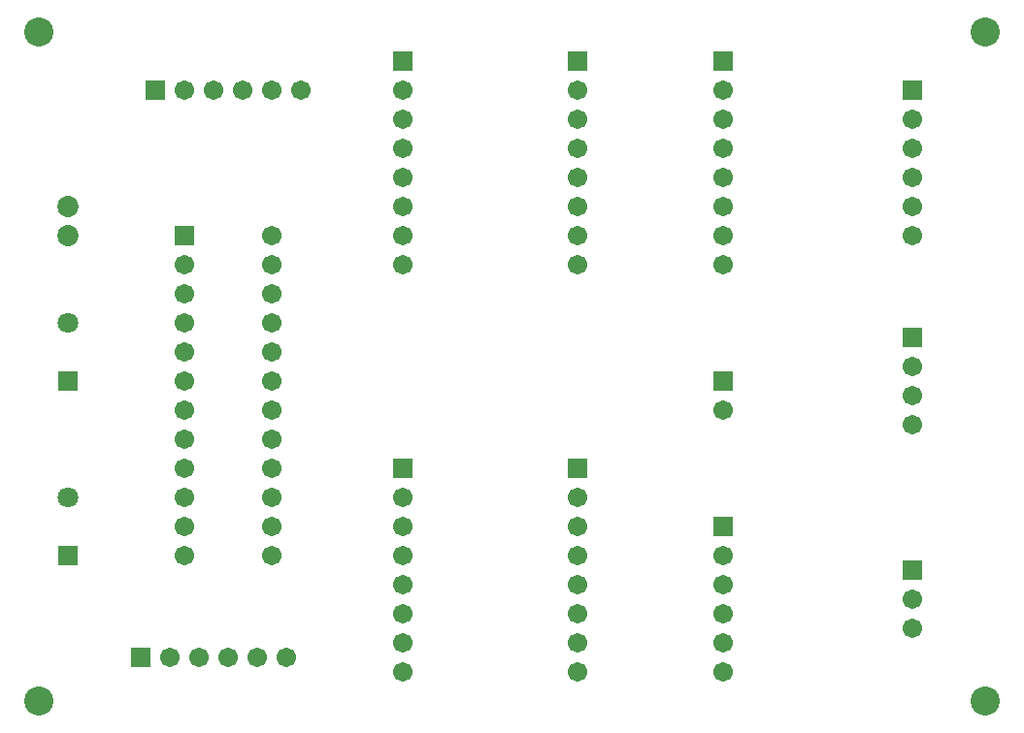
<source format=gbr>
G04 DipTrace 2.4.0.2*
%INBottomMask.gbr*%
%MOIN*%
%ADD21C,0.1*%
%ADD27R,0.071X0.071*%
%ADD29C,0.071*%
%ADD31C,0.073*%
%ADD33C,0.0671*%
%ADD35R,0.0671X0.0671*%
%FSLAX44Y44*%
G04*
G70*
G90*
G75*
G01*
%LNBotMask*%
%LPD*%
D35*
X9984Y20940D3*
D33*
Y19940D3*
Y18940D3*
Y17940D3*
Y16940D3*
Y15940D3*
Y14940D3*
Y13940D3*
Y12940D3*
Y11940D3*
Y10940D3*
Y9940D3*
X12984D3*
Y10940D3*
Y11940D3*
Y12940D3*
Y13940D3*
Y14940D3*
Y15940D3*
Y16940D3*
Y17940D3*
Y18940D3*
Y19940D3*
Y20940D3*
D35*
X28484Y15940D3*
D33*
Y14940D3*
D35*
X8984Y25940D3*
D33*
X9984D3*
X10984D3*
X11984D3*
X12984D3*
X13984D3*
D31*
X5984Y20940D3*
Y21940D3*
D29*
Y11940D3*
D27*
Y9940D3*
D29*
Y17940D3*
D27*
Y15940D3*
D35*
X8484Y6440D3*
D33*
X9484D3*
X10484D3*
X11484D3*
X12484D3*
X13484D3*
D35*
X34984Y9440D3*
D33*
Y8440D3*
Y7440D3*
D35*
Y17440D3*
D33*
Y16440D3*
Y15440D3*
Y14440D3*
D35*
X17484Y26940D3*
D33*
Y25940D3*
Y24940D3*
Y23940D3*
Y22940D3*
Y21940D3*
Y20940D3*
Y19940D3*
D35*
Y12940D3*
D33*
Y11940D3*
Y10940D3*
Y9940D3*
Y8940D3*
Y7940D3*
Y6940D3*
Y5940D3*
D35*
X34984Y25940D3*
D33*
Y24940D3*
Y23940D3*
Y22940D3*
Y21940D3*
Y20940D3*
D35*
X28484Y10940D3*
D33*
Y9940D3*
Y8940D3*
Y7940D3*
Y6940D3*
Y5940D3*
D35*
X23484Y26940D3*
D33*
Y25940D3*
Y24940D3*
Y23940D3*
Y22940D3*
Y21940D3*
Y20940D3*
Y19940D3*
D35*
Y12940D3*
D33*
Y11940D3*
Y10940D3*
Y9940D3*
Y8940D3*
Y7940D3*
Y6940D3*
Y5940D3*
D35*
X28484Y26940D3*
D33*
Y25940D3*
Y24940D3*
Y23940D3*
Y22940D3*
Y21940D3*
Y20940D3*
Y19940D3*
D21*
X37484Y27940D3*
Y4940D3*
X4984Y27940D3*
Y4940D3*
M02*

</source>
